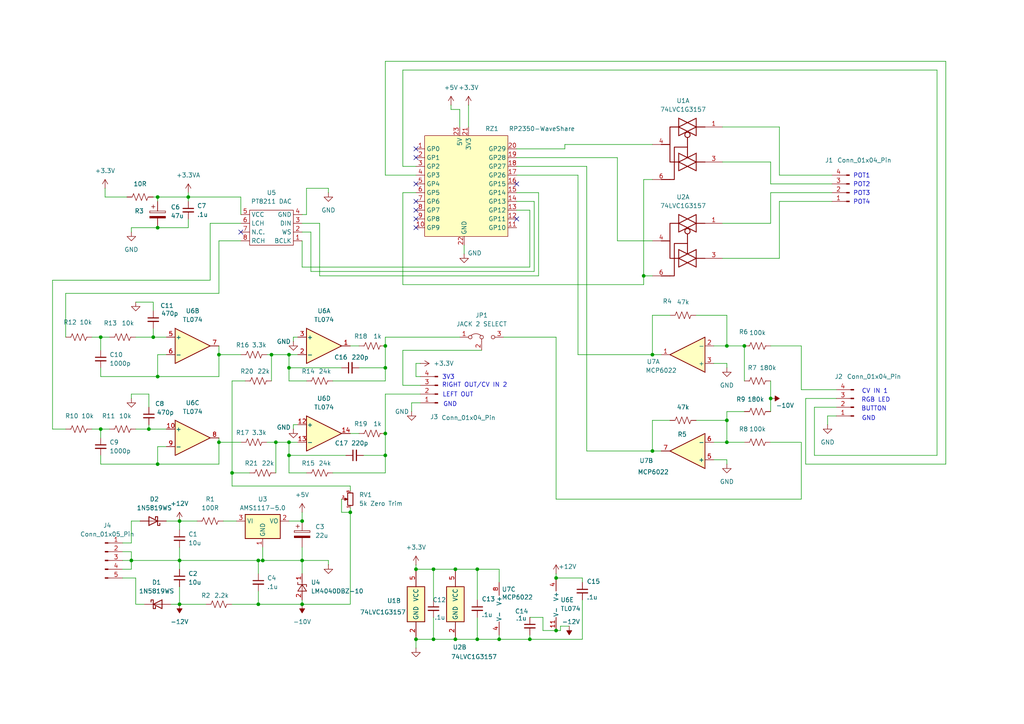
<source format=kicad_sch>
(kicad_sch (version 20250114) (generator "eeschema") (generator_version "9.0")
  (paper "A4")
  (title_block (title "Pico 2HP") (date "2025-11-28") (rev "1.0"))
  (text "CV IN 1" (at 253.746 113.538 0) (effects (font (size 1.27 1.27))))
  (text "GND" (at 251.968 121.412 0) (effects (font (size 1.27 1.27))))
  (text "GND" (at 130.556 117.348 0) (effects (font (size 1.27 1.27))))
  (text "POT2" (at 249.936 53.594 0) (effects (font (size 1.27 1.27))))
  (text "POT1" (at 249.936 51.054 0) (effects (font (size 1.27 1.27))))
  (text "LEFT OUT" (at 132.842 114.554 0) (effects (font (size 1.27 1.27))))
  (text "POT3\n" (at 249.936 56.134 0) (effects (font (size 1.27 1.27))))
  (text "POT4\n" (at 249.936 58.674 0) (effects (font (size 1.27 1.27))))
  (text "RGB LED " (at 254.508 116.078 0) (effects (font (size 1.27 1.27))))
  (text "BUTTON" (at 253.492 118.618 0) (effects (font (size 1.27 1.27))))
  (text "RIGHT OUT/CV IN 2" (at 137.668 111.76 0) (effects (font (size 1.27 1.27))))
  (text "3V3" (at 130.048 109.474 0) (effects (font (size 1.27 1.27))))
  (junction (at 161.29 182.88))
  (junction (at 111.76 106.68))
  (junction (at 83.82 102.87))
  (junction (at 189.23 130.81))
  (junction (at 144.78 185.42))
  (junction (at 101.6 148.59))
  (junction (at 215.9 100.33))
  (junction (at 83.82 128.27))
  (junction (at 186.69 80.01))
  (junction (at 52.07 162.56))
  (junction (at 111.76 125.73))
  (junction (at 54.61 57.15))
  (junction (at 125.73 165.1))
  (junction (at 120.65 185.42))
  (junction (at 63.5 102.87))
  (junction (at 45.72 57.15))
  (junction (at 45.72 66.04))
  (junction (at 44.45 97.79))
  (junction (at 83.82 132.08))
  (junction (at 52.07 175.26))
  (junction (at 67.31 137.16))
  (junction (at 52.07 151.13))
  (junction (at 63.5 128.27))
  (junction (at 80.01 128.27))
  (junction (at 223.52 115.57))
  (junction (at 87.63 151.13))
  (junction (at 132.08 185.42))
  (junction (at 74.93 175.26))
  (junction (at 43.18 124.46))
  (junction (at 45.72 109.22))
  (junction (at 138.43 185.42))
  (junction (at 111.76 132.08))
  (junction (at 132.08 165.1))
  (junction (at 38.1 162.56))
  (junction (at 210.82 121.92))
  (junction (at 210.82 128.27))
  (junction (at 76.2 162.56))
  (junction (at 125.73 185.42))
  (junction (at 87.63 175.26))
  (junction (at 29.21 97.79))
  (junction (at 74.93 162.56))
  (junction (at 87.63 162.56))
  (junction (at 210.82 100.33))
  (junction (at 111.76 100.33))
  (junction (at 29.21 124.46))
  (junction (at 78.74 102.87))
  (junction (at 83.82 106.68))
  (junction (at 45.72 134.62))
  (junction (at 189.23 102.87))
  (junction (at 120.65 165.1))
  (junction (at 138.43 165.1))
  (junction (at 153.67 185.42))
  (junction (at 161.29 167.64))
  (no_connect (at 120.65 53.34))
  (no_connect (at 149.86 53.34))
  (no_connect (at 120.65 66.04))
  (no_connect (at 149.86 63.5))
  (no_connect (at 120.65 45.72))
  (no_connect (at 69.85 67.31))
  (no_connect (at 120.65 43.18))
  (no_connect (at 120.65 60.96))
  (no_connect (at 120.65 58.42))
  (no_connect (at 120.65 63.5))
  (wire (pts (xy 76.2 158.75) (xy 76.2 162.56)))
  (wire (pts (xy 83.82 132.08) (xy 83.82 128.27)))
  (wire (pts (xy 26.67 97.79) (xy 29.21 97.79)))
  (wire (pts (xy 271.78 20.32) (xy 271.78 132.08)))
  (wire (pts (xy 86.36 102.87) (xy 83.82 102.87)))
  (wire (pts (xy 101.6 140.97) (xy 67.31 140.97)))
  (wire (pts (xy 38.1 157.48) (xy 38.1 151.13)))
  (wire (pts (xy 236.22 132.08) (xy 236.22 118.11)))
  (wire (pts (xy 54.61 66.04) (xy 45.72 66.04)))
  (wire (pts (xy 125.73 185.42) (xy 132.08 185.42)))
  (wire (pts (xy 35.56 167.64) (xy 39.37 167.64)))
  (wire (pts (xy 149.86 50.8) (xy 167.64 50.8)))
  (wire (pts (xy 116.84 82.55) (xy 116.84 55.88)))
  (wire (pts (xy 87.63 77.47) (xy 87.63 69.85)))
  (wire (pts (xy 90.17 78.74) (xy 90.17 67.31)))
  (wire (pts (xy 168.91 173.99) (xy 168.91 185.42)))
  (wire (pts (xy 67.31 175.26) (xy 74.93 175.26)))
  (wire (pts (xy 120.65 105.41) (xy 121.92 105.41)))
  (wire (pts (xy 189.23 91.44) (xy 189.23 102.87)))
  (wire (pts (xy 226.06 74.93) (xy 209.55 74.93)))
  (wire (pts (xy 74.93 175.26) (xy 87.63 175.26)))
  (wire (pts (xy 44.45 57.15) (xy 45.72 57.15)))
  (wire (pts (xy 83.82 151.13) (xy 87.63 151.13)))
  (wire (pts (xy 223.52 53.34) (xy 241.3 53.34)))
  (wire (pts (xy 87.63 173.99) (xy 87.63 175.26)))
  (wire (pts (xy 149.86 55.88) (xy 156.21 55.88)))
  (wire (pts (xy 63.5 102.87) (xy 63.5 100.33)))
  (wire (pts (xy 179.07 69.85) (xy 189.23 69.85)))
  (wire (pts (xy 168.91 185.42) (xy 153.67 185.42)))
  (wire (pts (xy 39.37 175.26) (xy 41.91 175.26)))
  (wire (pts (xy 15.24 124.46) (xy 19.05 124.46)))
  (wire (pts (xy 120.65 109.22) (xy 120.65 105.41)))
  (wire (pts (xy 45.72 134.62) (xy 63.5 134.62)))
  (wire (pts (xy 120.65 185.42) (xy 125.73 185.42)))
  (wire (pts (xy 101.6 148.59) (xy 101.6 175.26)))
  (wire (pts (xy 153.67 185.42) (xy 144.78 185.42)))
  (wire (pts (xy 223.52 128.27) (xy 232.41 128.27)))
  (wire (pts (xy 133.35 97.79) (xy 111.76 97.79)))
  (wire (pts (xy 189.23 121.92) (xy 189.23 130.81)))
  (wire (pts (xy 87.63 162.56) (xy 87.63 166.37)))
  (wire (pts (xy 149.86 45.72) (xy 179.07 45.72)))
  (wire (pts (xy 43.18 114.3) (xy 43.18 118.11)))
  (wire (pts (xy 83.82 128.27) (xy 86.36 128.27)))
  (wire (pts (xy 38.1 160.02) (xy 38.1 162.56)))
  (wire (pts (xy 74.93 171.45) (xy 74.93 175.26)))
  (wire (pts (xy 111.76 106.68) (xy 111.76 110.49)))
  (wire (pts (xy 223.52 46.99) (xy 223.52 53.34)))
  (wire (pts (xy 201.93 121.92) (xy 210.82 121.92)))
  (wire (pts (xy 29.21 109.22) (xy 45.72 109.22)))
  (wire (pts (xy 210.82 133.35) (xy 210.82 134.62)))
  (wire (pts (xy 80.01 137.16) (xy 80.01 128.27)))
  (wire (pts (xy 39.37 87.63) (xy 44.45 87.63)))
  (wire (pts (xy 29.21 97.79) (xy 29.21 101.6)))
  (wire (pts (xy 38.1 162.56) (xy 52.07 162.56)))
  (wire (pts (xy 189.23 102.87) (xy 191.77 102.87)))
  (wire (pts (xy 29.21 132.08) (xy 29.21 134.62)))
  (wire (pts (xy 38.1 67.31) (xy 38.1 66.04)))
  (wire (pts (xy 233.68 134.62) (xy 233.68 115.57)))
  (wire (pts (xy 63.5 69.85) (xy 63.5 85.09)))
  (wire (pts (xy 87.63 158.75) (xy 87.63 162.56)))
  (wire (pts (xy 45.72 129.54) (xy 45.72 134.62)))
  (wire (pts (xy 52.07 175.26) (xy 59.69 175.26)))
  (wire (pts (xy 63.5 85.09) (xy 19.05 85.09)))
  (wire (pts (xy 116.84 48.26) (xy 116.84 20.32)))
  (wire (pts (xy 194.31 91.44) (xy 189.23 91.44)))
  (wire (pts (xy 116.84 111.76) (xy 121.92 111.76)))
  (wire (pts (xy 44.45 95.25) (xy 44.45 97.79)))
  (wire (pts (xy 88.9 137.16) (xy 83.82 137.16)))
  (wire (pts (xy 69.85 62.23) (xy 69.85 57.15)))
  (wire (pts (xy 233.68 115.57) (xy 242.57 115.57)))
  (wire (pts (xy 138.43 185.42) (xy 132.08 185.42)))
  (wire (pts (xy 125.73 165.1) (xy 132.08 165.1)))
  (wire (pts (xy 111.76 114.3) (xy 111.76 125.73)))
  (wire (pts (xy 83.82 106.68) (xy 83.82 110.49)))
  (wire (pts (xy 92.71 80.01) (xy 92.71 64.77)))
  (wire (pts (xy 209.55 64.77) (xy 223.52 64.77)))
  (wire (pts (xy 156.21 80.01) (xy 92.71 80.01)))
  (wire (pts (xy 77.47 128.27) (xy 80.01 128.27)))
  (wire (pts (xy 236.22 118.11) (xy 242.57 118.11)))
  (wire (pts (xy 111.76 50.8) (xy 111.76 17.78)))
  (wire (pts (xy 111.76 100.33) (xy 111.76 106.68)))
  (wire (pts (xy 69.85 64.77) (xy 60.96 64.77)))
  (wire (pts (xy 162.56 181.61) (xy 162.56 182.88)))
  (wire (pts (xy 35.56 157.48) (xy 38.1 157.48)))
  (wire (pts (xy 161.29 182.88) (xy 157.48 182.88)))
  (wire (pts (xy 163.83 41.91) (xy 163.83 43.18)))
  (wire (pts (xy 153.67 77.47) (xy 87.63 77.47)))
  (wire (pts (xy 83.82 102.87) (xy 83.82 106.68)))
  (wire (pts (xy 153.67 60.96) (xy 153.67 77.47)))
  (wire (pts (xy 101.6 125.73) (xy 104.14 125.73)))
  (wire (pts (xy 120.65 109.22) (xy 121.92 109.22)))
  (wire (pts (xy 226.06 36.83) (xy 226.06 50.8)))
  (wire (pts (xy 80.01 128.27) (xy 83.82 128.27)))
  (wire (pts (xy 179.07 45.72) (xy 179.07 69.85)))
  (wire (pts (xy 135.89 30.48) (xy 135.89 36.83)))
  (wire (pts (xy 242.57 113.03) (xy 232.41 113.03)))
  (wire (pts (xy 111.76 97.79) (xy 111.76 100.33)))
  (wire (pts (xy 43.18 123.19) (xy 43.18 124.46)))
  (wire (pts (xy 189.23 130.81) (xy 191.77 130.81)))
  (wire (pts (xy 209.55 46.99) (xy 223.52 46.99)))
  (wire (pts (xy 134.62 71.12) (xy 134.62 73.66)))
  (wire (pts (xy 83.82 106.68) (xy 99.06 106.68)))
  (wire (pts (xy 63.5 134.62) (xy 63.5 128.27)))
  (wire (pts (xy 19.05 85.09) (xy 19.05 97.79)))
  (wire (pts (xy 120.65 185.42) (xy 120.65 187.96)))
  (wire (pts (xy 120.65 48.26) (xy 116.84 48.26)))
  (wire (pts (xy 119.38 116.84) (xy 119.38 119.38)))
  (wire (pts (xy 71.12 110.49) (xy 67.31 110.49)))
  (wire (pts (xy 130.81 30.48) (xy 130.81 31.75)))
  (wire (pts (xy 52.07 151.13) (xy 52.07 153.67)))
  (wire (pts (xy 95.25 163.83) (xy 95.25 162.56)))
  (wire (pts (xy 121.92 114.3) (xy 111.76 114.3)))
  (wire (pts (xy 165.1 181.61) (xy 162.56 181.61)))
  (wire (pts (xy 189.23 41.91) (xy 163.83 41.91)))
  (wire (pts (xy 101.6 175.26) (xy 87.63 175.26)))
  (wire (pts (xy 149.86 48.26) (xy 170.18 48.26)))
  (wire (pts (xy 111.76 50.8) (xy 120.65 50.8)))
  (wire (pts (xy 99.06 148.59) (xy 101.6 148.59)))
  (wire (pts (xy 39.37 167.64) (xy 39.37 175.26)))
  (wire (pts (xy 63.5 128.27) (xy 69.85 128.27)))
  (wire (pts (xy 96.52 110.49) (xy 111.76 110.49)))
  (wire (pts (xy 210.82 100.33) (xy 215.9 100.33)))
  (wire (pts (xy 144.78 184.15) (xy 144.78 185.42)))
  (wire (pts (xy 116.84 55.88) (xy 120.65 55.88)))
  (wire (pts (xy 232.41 128.27) (xy 232.41 144.78)))
  (wire (pts (xy 60.96 64.77) (xy 60.96 81.28)))
  (wire (pts (xy 88.9 62.23) (xy 87.63 62.23)))
  (wire (pts (xy 210.82 128.27) (xy 207.01 128.27)))
  (wire (pts (xy 52.07 170.18) (xy 52.07 175.26)))
  (wire (pts (xy 43.18 124.46) (xy 48.26 124.46)))
  (wire (pts (xy 29.21 124.46) (xy 29.21 127)))
  (wire (pts (xy 87.63 148.59) (xy 87.63 151.13)))
  (wire (pts (xy 45.72 102.87) (xy 45.72 109.22)))
  (wire (pts (xy 67.31 137.16) (xy 72.39 137.16)))
  (wire (pts (xy 207.01 105.41) (xy 210.82 105.41)))
  (wire (pts (xy 133.35 31.75) (xy 133.35 36.83)))
  (wire (pts (xy 138.43 165.1) (xy 132.08 165.1)))
  (wire (pts (xy 64.77 151.13) (xy 68.58 151.13)))
  (wire (pts (xy 167.64 102.87) (xy 189.23 102.87)))
  (wire (pts (xy 271.78 132.08) (xy 236.22 132.08)))
  (wire (pts (xy 35.56 165.1) (xy 38.1 165.1)))
  (wire (pts (xy 105.41 132.08) (xy 111.76 132.08)))
  (wire (pts (xy 210.82 128.27) (xy 215.9 128.27)))
  (wire (pts (xy 223.52 115.57) (xy 223.52 119.38)))
  (wire (pts (xy 48.26 129.54) (xy 45.72 129.54)))
  (wire (pts (xy 157.48 179.07) (xy 153.67 179.07)))
  (wire (pts (xy 35.56 162.56) (xy 38.1 162.56)))
  (wire (pts (xy 120.65 165.1) (xy 125.73 165.1)))
  (wire (pts (xy 111.76 132.08) (xy 111.76 137.16)))
  (wire (pts (xy 39.37 124.46) (xy 43.18 124.46)))
  (wire (pts (xy 88.9 54.61) (xy 88.9 62.23)))
  (wire (pts (xy 54.61 63.5) (xy 54.61 66.04)))
  (wire (pts (xy 240.03 120.65) (xy 240.03 123.19)))
  (wire (pts (xy 104.14 106.68) (xy 111.76 106.68)))
  (wire (pts (xy 153.67 184.15) (xy 153.67 185.42)))
  (wire (pts (xy 38.1 66.04) (xy 45.72 66.04)))
  (wire (pts (xy 45.72 57.15) (xy 45.72 58.42)))
  (wire (pts (xy 274.32 134.62) (xy 233.68 134.62)))
  (wire (pts (xy 29.21 97.79) (xy 31.75 97.79)))
  (wire (pts (xy 83.82 110.49) (xy 88.9 110.49)))
  (wire (pts (xy 29.21 134.62) (xy 45.72 134.62)))
  (wire (pts (xy 111.76 17.78) (xy 274.32 17.78)))
  (wire (pts (xy 161.29 97.79) (xy 161.29 144.78)))
  (wire (pts (xy 86.36 97.79) (xy 85.09 97.79)))
  (wire (pts (xy 52.07 158.75) (xy 52.07 162.56)))
  (wire (pts (xy 69.85 57.15) (xy 54.61 57.15)))
  (wire (pts (xy 83.82 137.16) (xy 83.82 132.08)))
  (wire (pts (xy 45.72 57.15) (xy 54.61 57.15)))
  (wire (pts (xy 154.94 78.74) (xy 154.94 58.42)))
  (wire (pts (xy 85.09 123.19) (xy 85.09 124.46)))
  (wire (pts (xy 67.31 140.97) (xy 67.31 137.16)))
  (wire (pts (xy 149.86 43.18) (xy 163.83 43.18)))
  (wire (pts (xy 210.82 121.92) (xy 210.82 128.27)))
  (wire (pts (xy 52.07 162.56) (xy 52.07 165.1)))
  (wire (pts (xy 95.25 54.61) (xy 88.9 54.61)))
  (wire (pts (xy 38.1 114.3) (xy 43.18 114.3)))
  (wire (pts (xy 54.61 55.88) (xy 54.61 57.15)))
  (wire (pts (xy 78.74 102.87) (xy 78.74 110.49)))
  (wire (pts (xy 121.92 116.84) (xy 119.38 116.84)))
  (wire (pts (xy 77.47 102.87) (xy 78.74 102.87)))
  (wire (pts (xy 144.78 168.91) (xy 144.78 165.1)))
  (wire (pts (xy 232.41 100.33) (xy 232.41 113.03)))
  (wire (pts (xy 232.41 144.78) (xy 161.29 144.78)))
  (wire (pts (xy 138.43 165.1) (xy 138.43 173.99)))
  (wire (pts (xy 30.48 54.61) (xy 30.48 57.15)))
  (wire (pts (xy 194.31 121.92) (xy 189.23 121.92)))
  (wire (pts (xy 186.69 52.07) (xy 186.69 80.01)))
  (wire (pts (xy 15.24 81.28) (xy 15.24 124.46)))
  (wire (pts (xy 76.2 162.56) (xy 87.63 162.56)))
  (wire (pts (xy 156.21 55.88) (xy 156.21 80.01)))
  (wire (pts (xy 38.1 162.56) (xy 38.1 165.1)))
  (wire (pts (xy 48.26 102.87) (xy 45.72 102.87)))
  (wire (pts (xy 67.31 110.49) (xy 67.31 137.16)))
  (wire (pts (xy 189.23 80.01) (xy 186.69 80.01)))
  (wire (pts (xy 144.78 165.1) (xy 138.43 165.1)))
  (wire (pts (xy 92.71 64.77) (xy 87.63 64.77)))
  (wire (pts (xy 95.25 55.88) (xy 95.25 54.61)))
  (wire (pts (xy 30.48 57.15) (xy 36.83 57.15)))
  (wire (pts (xy 215.9 100.33) (xy 215.9 110.49)))
  (wire (pts (xy 76.2 162.56) (xy 74.93 162.56)))
  (wire (pts (xy 161.29 97.79) (xy 146.05 97.79)))
  (wire (pts (xy 101.6 100.33) (xy 104.14 100.33)))
  (wire (pts (xy 186.69 80.01) (xy 186.69 82.55)))
  (wire (pts (xy 85.09 97.79) (xy 85.09 99.06)))
  (wire (pts (xy 86.36 123.19) (xy 85.09 123.19)))
  (wire (pts (xy 63.5 109.22) (xy 63.5 102.87)))
  (wire (pts (xy 26.67 124.46) (xy 29.21 124.46)))
  (wire (pts (xy 99.06 148.59) (xy 99.06 144.78)))
  (wire (pts (xy 149.86 60.96) (xy 153.67 60.96)))
  (wire (pts (xy 44.45 87.63) (xy 44.45 90.17)))
  (wire (pts (xy 215.9 119.38) (xy 210.82 119.38)))
  (wire (pts (xy 209.55 36.83) (xy 226.06 36.83)))
  (wire (pts (xy 186.69 52.07) (xy 189.23 52.07)))
  (wire (pts (xy 157.48 182.88) (xy 157.48 179.07)))
  (wire (pts (xy 60.96 81.28) (xy 15.24 81.28)))
  (wire (pts (xy 45.72 109.22) (xy 63.5 109.22)))
  (wire (pts (xy 87.63 162.56) (xy 95.25 162.56)))
  (wire (pts (xy 83.82 132.08) (xy 100.33 132.08)))
  (wire (pts (xy 161.29 166.37) (xy 161.29 167.64)))
  (wire (pts (xy 149.86 58.42) (xy 154.94 58.42)))
  (wire (pts (xy 63.5 128.27) (xy 63.5 127)))
  (wire (pts (xy 90.17 78.74) (xy 154.94 78.74)))
  (wire (pts (xy 69.85 69.85) (xy 63.5 69.85)))
  (wire (pts (xy 101.6 142.24) (xy 101.6 140.97)))
  (wire (pts (xy 78.74 102.87) (xy 83.82 102.87)))
  (wire (pts (xy 226.06 58.42) (xy 226.06 74.93)))
  (wire (pts (xy 162.56 182.88) (xy 161.29 182.88)))
  (wire (pts (xy 167.64 50.8) (xy 167.64 102.87)))
  (wire (pts (xy 111.76 125.73) (xy 111.76 132.08)))
  (wire (pts (xy 223.52 110.49) (xy 223.52 115.57)))
  (wire (pts (xy 29.21 106.68) (xy 29.21 109.22)))
  (wire (pts (xy 116.84 101.6) (xy 139.7 101.6)))
  (wire (pts (xy 116.84 101.6) (xy 116.84 111.76)))
  (wire (pts (xy 210.82 119.38) (xy 210.82 121.92)))
  (wire (pts (xy 242.57 120.65) (xy 240.03 120.65)))
  (wire (pts (xy 241.3 58.42) (xy 226.06 58.42)))
  (wire (pts (xy 111.76 137.16) (xy 96.52 137.16)))
  (wire (pts (xy 274.32 17.78) (xy 274.32 134.62)))
  (wire (pts (xy 207.01 133.35) (xy 210.82 133.35)))
  (wire (pts (xy 130.81 31.75) (xy 133.35 31.75)))
  (wire (pts (xy 48.26 151.13) (xy 52.07 151.13)))
  (wire (pts (xy 170.18 130.81) (xy 189.23 130.81)))
  (wire (pts (xy 125.73 179.07) (xy 125.73 185.42)))
  (wire (pts (xy 116.84 20.32) (xy 271.78 20.32)))
  (wire (pts (xy 186.69 82.55) (xy 116.84 82.55)))
  (wire (pts (xy 44.45 97.79) (xy 48.26 97.79)))
  (wire (pts (xy 52.07 151.13) (xy 57.15 151.13)))
  (wire (pts (xy 207.01 100.33) (xy 210.82 100.33)))
  (wire (pts (xy 144.78 185.42) (xy 138.43 185.42)))
  (wire (pts (xy 52.07 162.56) (xy 74.93 162.56)))
  (wire (pts (xy 201.93 91.44) (xy 210.82 91.44)))
  (wire (pts (xy 223.52 55.88) (xy 241.3 55.88)))
  (wire (pts (xy 38.1 151.13) (xy 40.64 151.13)))
  (wire (pts (xy 125.73 165.1) (xy 125.73 173.99)))
  (wire (pts (xy 29.21 124.46) (xy 31.75 124.46)))
  (wire (pts (xy 210.82 105.41) (xy 210.82 106.68)))
  (wire (pts (xy 226.06 50.8) (xy 241.3 50.8)))
  (wire (pts (xy 63.5 102.87) (xy 69.85 102.87)))
  (wire (pts (xy 223.52 64.77) (xy 223.52 55.88)))
  (wire (pts (xy 223.52 100.33) (xy 232.41 100.33)))
  (wire (pts (xy 120.65 163.83) (xy 120.65 165.1)))
  (wire (pts (xy 39.37 97.79) (xy 44.45 97.79)))
  (wire (pts (xy 170.18 48.26) (xy 170.18 130.81)))
  (wire (pts (xy 49.53 175.26) (xy 52.07 175.26)))
  (wire (pts (xy 161.29 167.64) (xy 168.91 167.64)))
  (wire (pts (xy 168.91 167.64) (xy 168.91 168.91)))
  (wire (pts (xy 54.61 58.42) (xy 54.61 57.15)))
  (wire (pts (xy 35.56 160.02) (xy 38.1 160.02)))
  (wire (pts (xy 210.82 91.44) (xy 210.82 100.33)))
  (wire (pts (xy 138.43 179.07) (xy 138.43 185.42)))
  (wire (pts (xy 38.1 115.57) (xy 38.1 114.3)))
  (wire (pts (xy 90.17 67.31) (xy 87.63 67.31)))
  (wire (pts (xy 74.93 162.56) (xy 74.93 166.37)))
  (wire (pts (xy 101.6 147.32) (xy 101.6 148.59)))
  (symbol (lib_id "Amplifier_Operational:TL074") (at 93.98 100.33 0) (unit 1)
    (property "Reference" "U6" (at 93.98 90.17 0))
    (property "Value" "TL074" (at 93.98 92.71 0))
    (property "Footprint" "Package_SO:SOIC-14_3.9x8.7mm_P1.27mm" (effects (hide yes)))
    (property "Datasheet" "http://www.ti.com/lit/ds/symlink/tl071.pdf" (effects (hide yes)))
    (property "Description" "Quad Low-Noise JFET-Input Operational Amplifiers, DIP-14/SOIC-14" (effects (hide yes)))
  )
  (symbol (lib_id "Device:R_US") (at 219.71 100.33 90) (unit 1)
    (property "Reference" "R6" (at 215.646 96.266 90))
    (property "Value" "100k" (at 219.71 96.52 90))
    (property "Footprint" "Resistor_SMD:R_0603_1608Metric_Pad0.98x0.95mm_HandSolder" (effects (hide yes)))
    (property "Description" "Resistor, US symbol" (effects (hide yes)))
  )
  (symbol (lib_id "power:GND") (at 119.38 119.38 0) (unit 1)
    (property "Reference" "#PWR026" (effects (hide yes)))
    (property "Value" "GND" (at 116.586 119.38 0))
    (property "Description" "Power symbol creates a global label with name \"GND\" , ground" (effects (hide yes)))
  )
  (symbol (lib_id "Device:R_US") (at 198.12 91.44 90) (unit 1)
    (property "Reference" "R4" (at 193.548 87.376 90))
    (property "Value" "47k" (at 198.12 87.63 90))
    (property "Footprint" "Resistor_SMD:R_0603_1608Metric_Pad0.98x0.95mm_HandSolder" (effects (hide yes)))
    (property "Description" "Resistor, US symbol" (effects (hide yes)))
  )
  (symbol (lib_id "power:+3.3V") (at 121.92 105.41 270) (unit 1)
    (property "Reference" "#PWR027" (effects (hide yes)))
    (property "Value" "+3.3V" (at 125.73 105.4099 90) (effects (justify left)))
    (property "Description" "Power symbol creates a global label with name \"+3.3V\"" (effects (hide yes)))
  )
  (symbol (lib_id "Amplifier_Operational:TL074") (at 93.98 125.73 0) (unit 4)
    (property "Reference" "U6" (at 93.98 115.57 0))
    (property "Value" "TL074" (at 93.98 118.11 0))
    (property "Footprint" "Package_SO:SOIC-14_3.9x8.7mm_P1.27mm" (effects (hide yes)))
    (property "Datasheet" "http://www.ti.com/lit/ds/symlink/tl071.pdf" (effects (hide yes)))
    (property "Description" "Quad Low-Noise JFET-Input Operational Amplifiers, DIP-14/SOIC-14" (effects (hide yes)))
  )
  (symbol (lib_id "power:GND") (at 120.65 187.96 0) (unit 1)
    (property "Reference" "#PWR022" (effects (hide yes)))
    (property "Value" "GND" (effects (hide yes)))
    (property "Description" "Power symbol creates a global label with name \"GND\" , ground" (effects (hide yes)))
  )
  (symbol (lib_id "power:GND") (at 240.03 123.19 0) (unit 1)
    (property "Reference" "#PWR013" (effects (hide yes)))
    (property "Value" "GND" (at 240.03 128.27 0))
    (property "Description" "Power symbol creates a global label with name \"GND\" , ground" (effects (hide yes)))
  )
  (symbol (lib_id "power:+12V") (at 52.07 151.13 0) (unit 1)
    (property "Reference" "#PWR04" (effects (hide yes)))
    (property "Value" "+12V" (at 52.07 146.05 0))
    (property "Description" "Power symbol creates a global label with name \"+12V\"" (effects (hide yes)))
  )
  (symbol (lib_id "Device:R_US") (at 219.71 110.49 90) (unit 1)
    (property "Reference" "R7" (at 218.186 106.68 90))
    (property "Value" "180k" (at 222.758 106.68 90))
    (property "Footprint" "Resistor_SMD:R_0603_1608Metric_Pad0.98x0.95mm_HandSolder" (effects (hide yes)))
    (property "Description" "Resistor, US symbol" (effects (hide yes)))
  )
  (symbol (lib_id "Reference_Voltage:LM4040DBZ-10") (at 87.63 170.18 90) (unit 1)
    (property "Reference" "U4" (at 90.17 168.9099 90) (effects (justify right)))
    (property "Value" "LM4040DBZ-10" (at 90.17 171.4499 90) (effects (justify right)))
    (property "Footprint" "Package_TO_SOT_SMD:SOT-23" (effects (hide yes)))
    (property "Datasheet" "http://www.ti.com/lit/ds/symlink/lm4040-n.pdf" (effects (hide yes)))
    (property "Description" "10.00V Precision Micropower Shunt Voltage Reference, SOT-23" (effects (hide yes)))
  )
  (symbol (lib_id "power:GND") (at 38.1 115.57 0) (unit 1)
    (property "Reference" "#PWR020" (effects (hide yes)))
    (property "Value" "GND" (effects (hide yes)))
    (property "Description" "Power symbol creates a global label with name \"GND\" , ground" (effects (hide yes)))
  )
  (symbol (lib_id "power:+3.3V") (at 30.48 54.61 0) (unit 1)
    (property "Reference" "#PWR08" (effects (hide yes)))
    (property "Value" "+3.3V" (at 30.48 49.53 0))
    (property "Description" "Power symbol creates a global label with name \"+3.3V\"" (effects (hide yes)))
  )
  (symbol (lib_id "Device:R_US") (at 74.93 110.49 90) (unit 1)
    (property "Reference" "R20" (at 71.628 107.696 90))
    (property "Value" "22k" (at 76.454 107.696 90))
    (property "Footprint" "Resistor_SMD:R_0603_1608Metric_Pad0.98x0.95mm_HandSolder" (effects (hide yes)))
    (property "Description" "Resistor, US symbol" (effects (hide yes)))
  )
  (symbol (lib_id "power:+3.3VA") (at 54.61 55.88 0) (unit 1)
    (property "Reference" "#PWR09" (effects (hide yes)))
    (property "Value" "+3.3VA" (at 54.61 50.8 0))
    (property "Description" "Power symbol creates a global label with name \"+3.3VA\"" (effects (hide yes)))
  )
  (symbol (lib_id "Connector:Conn_01x04_Pin") (at 246.38 55.88 180) (unit 1)
    (property "Reference" "J1" (at 239.268 46.482 0) (effects (justify right)))
    (property "Value" "Conn_01x04_Pin" (at 242.824 46.482 0) (effects (justify right)))
    (property "Footprint" "Connector_PinHeader_2.54mm:PinHeader_1x04_P2.54mm_Vertical" (effects (hide yes)))
    (property "Description" "Generic connector, single row, 01x04, script generated" (effects (hide yes)))
  )
  (symbol (lib_id "power:GND") (at 210.82 134.62 0) (unit 1)
    (property "Reference" "#PWR012" (effects (hide yes)))
    (property "Value" "GND" (at 210.82 139.7 0))
    (property "Description" "Power symbol creates a global label with name \"GND\" , ground" (effects (hide yes)))
  )
  (symbol (lib_id "Device:R_US") (at 40.64 57.15 90) (unit 1)
    (property "Reference" "R3" (at 40.386 61.214 90))
    (property "Value" "10R" (at 40.64 53.34 90))
    (property "Footprint" "Resistor_SMD:R_0603_1608Metric_Pad0.98x0.95mm_HandSolder" (effects (hide yes)))
    (property "Description" "Resistor, US symbol" (effects (hide yes)))
  )
  (symbol (lib_id "Device:R_US") (at 92.71 110.49 90) (unit 1)
    (property "Reference" "R14" (at 89.408 107.696 90))
    (property "Value" "24k" (at 94.234 107.696 90))
    (property "Footprint" "Resistor_SMD:R_0603_1608Metric_Pad0.98x0.95mm_HandSolder" (effects (hide yes)))
    (property "Description" "Resistor, US symbol" (effects (hide yes)))
  )
  (symbol (lib_id "power:GND") (at 38.1 67.31 0) (unit 1)
    (property "Reference" "#PWR06" (effects (hide yes)))
    (property "Value" "GND" (at 38.1 72.39 0))
    (property "Description" "Power symbol creates a global label with name \"GND\" , ground" (effects (hide yes)))
  )
  (symbol (lib_id "Regulator_Linear:AMS1117-5.0") (at 76.2 151.13 0) (unit 1)
    (property "Reference" "U3" (at 76.2 144.78 0))
    (property "Value" "AMS1117-5.0" (at 76.2 147.32 0))
    (property "Footprint" "Package_TO_SOT_SMD:SOT-223-3_TabPin2" (effects (hide yes)))
    (property "Datasheet" "http://www.advanced-monolithic.com/pdf/ds1117.pdf" (effects (hide yes)))
    (property "Description" "1A Low Dropout regulator, positive, 5.0V fixed output, SOT-223" (effects (hide yes)))
  )
  (symbol (lib_id "Device:R_US") (at 76.2 137.16 90) (unit 1)
    (property "Reference" "R21" (at 72.898 134.366 90))
    (property "Value" "22k" (at 77.724 134.366 90))
    (property "Footprint" "Resistor_SMD:R_0603_1608Metric_Pad0.98x0.95mm_HandSolder" (effects (hide yes)))
    (property "Description" "Resistor, US symbol" (effects (hide yes)))
  )
  (symbol (lib_id "power:+5V") (at 87.63 148.59 0) (unit 1)
    (property "Reference" "#PWR025" (effects (hide yes)))
    (property "Value" "+5V" (at 87.63 143.51 0))
    (property "Description" "Power symbol creates a global label with name \"+5V\"" (effects (hide yes)))
  )
  (symbol (lib_id "Device:R_US") (at 63.5 175.26 90) (unit 1)
    (property "Reference" "R2" (at 59.69 172.72 90))
    (property "Value" "2.2k" (at 64.262 172.72 90))
    (property "Footprint" "Resistor_SMD:R_0603_1608Metric_Pad0.98x0.95mm_HandSolder" (effects (hide yes)))
    (property "Description" "Resistor, US symbol" (effects (hide yes)))
  )
  (symbol (lib_id "Amplifier_Operational:MCP6022") (at 199.39 130.81 180) (unit 2)
    (property "Reference" "U7" (at 187.452 133.604 0))
    (property "Value" "MCP6022" (at 189.484 136.906 0))
    (property "Footprint" "Package_SO:SOIC-8_3.9x4.9mm_P1.27mm" (effects (hide yes)))
    (property "Datasheet" "http://ww1.microchip.com/downloads/en/devicedoc/20001685e.pdf" (effects (hide yes)))
    (property "Description" "Dual Operational Amplifiers, Rail-to-Rail Input/Output, DIP-8/SOIC-8/TSSOP-8" (effects (hide yes)))
  )
  (symbol (lib_id "Amplifier_Operational:MCP6022") (at 147.32 176.53 0) (unit 3)
    (property "Reference" "U7" (at 145.542 170.942 0) (effects (justify left)))
    (property "Value" "MCP6022" (at 145.542 173.228 0) (effects (justify left)))
    (property "Footprint" "Package_SO:SOIC-8_3.9x4.9mm_P1.27mm" (effects (hide yes)))
    (property "Datasheet" "http://ww1.microchip.com/downloads/en/devicedoc/20001685e.pdf" (effects (hide yes)))
    (property "Description" "Dual Operational Amplifiers, Rail-to-Rail Input/Output, DIP-8/SOIC-8/TSSOP-8" (effects (hide yes)))
  )
  (symbol (lib_id "power:+3.3V") (at 120.65 163.83 0) (unit 1)
    (property "Reference" "#PWR021" (effects (hide yes)))
    (property "Value" "+3.3V" (at 120.65 158.75 0))
    (property "Description" "Power symbol creates a global label with name \"+3.3V\"" (effects (hide yes)))
  )
  (symbol (lib_id "Device:R_US") (at 35.56 97.79 90) (unit 1)
    (property "Reference" "R13" (at 32.004 93.726 90))
    (property "Value" "10k" (at 37.084 93.726 90))
    (property "Footprint" "Resistor_SMD:R_0603_1608Metric_Pad0.98x0.95mm_HandSolder" (effects (hide yes)))
    (property "Description" "Resistor, US symbol" (effects (hide yes)))
  )
  (symbol (lib_id "My_Library:RP2350-WaveShare") (at 134.62 53.34 0) (unit 1)
    (property "Reference" "RZ1" (at 140.716 37.338 0) (effects (justify left)))
    (property "Value" "RP2350-WaveShare" (at 147.574 37.338 0) (effects (justify left)))
    (property "Footprint" "MyLibrary:RP2350-Waveshare" (effects (hide yes)))
  )
  (symbol (lib_id "power:GND") (at 85.09 124.46 0) (unit 1)
    (property "Reference" "#PWR019" (effects (hide yes)))
    (property "Value" "GND" (at 82.296 123.952 0))
    (property "Description" "Power symbol creates a global label with name \"GND\" , ground" (effects (hide yes)))
  )
  (symbol (lib_id "power:GND") (at 39.37 87.63 0) (unit 1)
    (property "Reference" "#PWR017" (effects (hide yes)))
    (property "Value" "GND" (effects (hide yes)))
    (property "Description" "Power symbol creates a global label with name \"GND\" , ground" (effects (hide yes)))
  )
  (symbol (lib_id "Device:C_Small") (at 54.61 60.96 0) (unit 1)
    (property "Reference" "C7" (at 57.15 59.6962 0) (effects (justify left)))
    (property "Value" ".1u" (at 57.15 62.2362 0) (effects (justify left)))
    (property "Footprint" "Capacitor_SMD:C_0603_1608Metric_Pad1.08x0.95mm_HandSolder" (effects (hide yes)))
    (property "Description" "Unpolarized capacitor, small symbol" (effects (hide yes)))
  )
  (symbol (lib_id "Device:R_US") (at 219.71 128.27 90) (unit 1)
    (property "Reference" "R8" (at 215.646 124.46 90))
    (property "Value" "100k" (at 219.71 124.46 90))
    (property "Footprint" "Resistor_SMD:R_0603_1608Metric_Pad0.98x0.95mm_HandSolder" (effects (hide yes)))
    (property "Description" "Resistor, US symbol" (effects (hide yes)))
  )
  (symbol (lib_id "Device:C_Small") (at 52.07 167.64 0) (unit 1)
    (property "Reference" "C2" (at 54.61 166.3762 0) (effects (justify left)))
    (property "Value" "10u" (at 54.61 168.9162 0) (effects (justify left)))
    (property "Footprint" "Capacitor_SMD:C_0603_1608Metric_Pad1.08x0.95mm_HandSolder" (effects (hide yes)))
    (property "Description" "Unpolarized capacitor, small symbol" (effects (hide yes)))
  )
  (symbol (lib_id "Device:R_US") (at 73.66 128.27 90) (unit 1)
    (property "Reference" "R17" (at 70.358 125.476 90))
    (property "Value" "3.3k" (at 75.184 125.476 90))
    (property "Footprint" "Resistor_SMD:R_0603_1608Metric_Pad0.98x0.95mm_HandSolder" (effects (hide yes)))
    (property "Description" "Resistor, US symbol" (effects (hide yes)))
  )
  (symbol (lib_id "Device:C_Small") (at 43.18 120.65 0) (unit 1)
    (property "Reference" "C8" (at 44.958 117.094 0) (effects (justify left)))
    (property "Value" "470p" (at 45.466 119.634 0) (effects (justify left)))
    (property "Footprint" "Capacitor_SMD:C_0603_1608Metric_Pad1.08x0.95mm_HandSolder" (effects (hide yes)))
    (property "Description" "Unpolarized capacitor, small symbol" (effects (hide yes)))
  )
  (symbol (lib_id "power:+5V") (at 130.81 30.48 0) (unit 1)
    (property "Reference" "#PWR03" (effects (hide yes)))
    (property "Value" "+5V" (at 130.81 25.4 0))
    (property "Description" "Power symbol creates a global label with name \"+5V\"" (effects (hide yes)))
  )
  (symbol (lib_id "power:GND") (at 95.25 55.88 0) (unit 1)
    (property "Reference" "#PWR07" (effects (hide yes)))
    (property "Value" "GND" (at 95.25 60.96 0))
    (property "Description" "Power symbol creates a global label with name \"GND\" , ground" (effects (hide yes)))
  )
  (symbol (lib_id "Diode:1N5819WS") (at 44.45 151.13 180) (unit 1)
    (property "Reference" "D2" (at 44.7675 144.78 0))
    (property "Value" "1N5819WS" (at 44.7675 147.32 0))
    (property "Footprint" "Diode_SMD:D_SOD-123" (effects (hide yes)))
    (property "Datasheet" "https://datasheet.lcsc.com/lcsc/2204281430_Guangdong-Hottech-1N5819WS_C191023.pdf" (effects (hide yes)))
    (property "Description" "40V 600mV@1A 1A SOD-323 Schottky Barrier Diodes, SOD-323" (effects (hide yes)))
  )
  (symbol (lib_id "Device:C_Small") (at 138.43 176.53 0) (unit 1)
    (property "Reference" "C13" (at 139.7 173.736 0) (effects (justify left)))
    (property "Value" ".1u" (at 139.7 178.308 0) (effects (justify left)))
    (property "Footprint" "Capacitor_SMD:C_0603_1608Metric_Pad1.08x0.95mm_HandSolder" (effects (hide yes)))
    (property "Description" "Unpolarized capacitor, small symbol" (effects (hide yes)))
  )
  (symbol (lib_id "Device:R_Potentiometer_Small") (at 101.6 144.78 180) (unit 1)
    (property "Reference" "RV1" (at 104.14 143.5099 0) (effects (justify right)))
    (property "Value" "5k Zero Trim" (at 104.14 146.0499 0) (effects (justify right)))
    (property "Footprint" "Potentiometer_SMD:Potentiometer_Bourns_TC33X_Vertical" (effects (hide yes)))
    (property "Description" "Potentiometer" (effects (hide yes)))
  )
  (symbol (lib_id "power:GND") (at 85.09 99.06 0) (unit 1)
    (property "Reference" "#PWR018" (effects (hide yes)))
    (property "Value" "GND" (at 82.296 99.06 0))
    (property "Description" "Power symbol creates a global label with name \"GND\" , ground" (effects (hide yes)))
  )
  (symbol (lib_id "Device:C_Small") (at 153.67 181.61 0) (unit 1)
    (property "Reference" "C14" (at 149.352 177.292 0) (effects (justify left)))
    (property "Value" ".1u" (at 149.606 179.324 0) (effects (justify left)))
    (property "Footprint" "Capacitor_SMD:C_0603_1608Metric_Pad1.08x0.95mm_HandSolder" (effects (hide yes)))
    (property "Description" "Unpolarized capacitor, small symbol" (effects (hide yes)))
  )
  (symbol (lib_id "Device:C_Small") (at 29.21 104.14 0) (unit 1)
    (property "Reference" "C10" (at 31.75 102.8762 0) (effects (justify left)))
    (property "Value" "1000p" (at 31.75 105.4162 0) (effects (justify left)))
    (property "Footprint" "Capacitor_SMD:C_0603_1608Metric_Pad1.08x0.95mm_HandSolder" (effects (hide yes)))
    (property "Description" "Unpolarized capacitor, small symbol" (effects (hide yes)))
  )
  (symbol (lib_id "Device:R_US") (at 107.95 125.73 90) (unit 1)
    (property "Reference" "R19" (at 104.648 122.936 90))
    (property "Value" "1k" (at 109.474 122.936 90))
    (property "Footprint" "Resistor_SMD:R_0603_1608Metric_Pad0.98x0.95mm_HandSolder" (effects (hide yes)))
    (property "Description" "Resistor, US symbol" (effects (hide yes)))
  )
  (symbol (lib_id "Amplifier_Operational:TL074") (at 55.88 100.33 0) (unit 2)
    (property "Reference" "U6" (at 55.88 90.17 0))
    (property "Value" "TL074" (at 55.88 92.71 0))
    (property "Footprint" "Package_SO:SOIC-14_3.9x8.7mm_P1.27mm" (effects (hide yes)))
    (property "Datasheet" "http://www.ti.com/lit/ds/symlink/tl071.pdf" (effects (hide yes)))
    (property "Description" "Quad Low-Noise JFET-Input Operational Amplifiers, DIP-14/SOIC-14" (effects (hide yes)))
  )
  (symbol (lib_id "Amplifier_Operational:MCP6022") (at 199.39 102.87 180) (unit 1)
    (property "Reference" "U7" (at 189.484 104.902 0))
    (property "Value" "MCP6022" (at 191.77 107.442 0))
    (property "Footprint" "Package_SO:SOIC-8_3.9x4.9mm_P1.27mm" (effects (hide yes)))
    (property "Datasheet" "http://ww1.microchip.com/downloads/en/devicedoc/20001685e.pdf" (effects (hide yes)))
    (property "Description" "Dual Operational Amplifiers, Rail-to-Rail Input/Output, DIP-8/SOIC-8/TSSOP-8" (effects (hide yes)))
  )
  (symbol (lib_id "Device:C_Polarized") (at 45.72 62.23 0) (unit 1)
    (property "Reference" "C6" (at 49.53 60.0709 0) (effects (justify left)))
    (property "Value" "47u" (at 49.53 62.6109 0) (effects (justify left)))
    (property "Footprint" "Capacitor_SMD:CP_Elec_5x5.9" (effects (hide yes)))
    (property "Description" "Polarized capacitor" (effects (hide yes)))
  )
  (symbol (lib_id "Device:R_US") (at 22.86 97.79 90) (unit 1)
    (property "Reference" "R12" (at 20.32 93.472 90))
    (property "Value" "10k" (at 24.892 93.472 90))
    (property "Footprint" "Resistor_SMD:R_0603_1608Metric_Pad0.98x0.95mm_HandSolder" (effects (hide yes)))
    (property "Description" "Resistor, US symbol" (effects (hide yes)))
  )
  (symbol (lib_id "Device:C_Small") (at 52.07 156.21 0) (unit 1)
    (property "Reference" "C1" (at 54.61 154.9462 0) (effects (justify left)))
    (property "Value" "10u" (at 54.61 157.4862 0) (effects (justify left)))
    (property "Footprint" "Capacitor_SMD:C_0603_1608Metric_Pad1.08x0.95mm_HandSolder" (effects (hide yes)))
    (property "Description" "Unpolarized capacitor, small symbol" (effects (hide yes)))
  )
  (symbol (lib_id "Device:R_US") (at 22.86 124.46 90) (unit 1)
    (property "Reference" "R10" (at 20.828 120.65 90))
    (property "Value" "10k" (at 25.4 120.65 90))
    (property "Footprint" "Resistor_SMD:R_0603_1608Metric_Pad0.98x0.95mm_HandSolder" (effects (hide yes)))
    (property "Description" "Resistor, US symbol" (effects (hide yes)))
  )
  (symbol (lib_id "power:+3.3V") (at 135.89 30.48 0) (unit 1)
    (property "Reference" "#PWR02" (effects (hide yes)))
    (property "Value" "+3.3V" (at 135.89 25.4 0))
    (property "Description" "Power symbol creates a global label with name \"+3.3V\"" (effects (hide yes)))
  )
  (symbol (lib_id "power:GND") (at 210.82 106.68 0) (unit 1)
    (property "Reference" "#PWR011" (effects (hide yes)))
    (property "Value" "GND" (at 210.82 111.76 0))
    (property "Description" "Power symbol creates a global label with name \"GND\" , ground" (effects (hide yes)))
  )
  (symbol (lib_id "Device:C_Small") (at 125.73 176.53 0) (unit 1)
    (property "Reference" "C12" (at 125.476 173.99 0) (effects (justify left)))
    (property "Value" ".1u" (at 125.984 179.07 0) (effects (justify left)))
    (property "Footprint" "Capacitor_SMD:C_0603_1608Metric_Pad1.08x0.95mm_HandSolder" (effects (hide yes)))
    (property "Description" "Unpolarized capacitor, small symbol" (effects (hide yes)))
  )
  (symbol (lib_id "power:-10V") (at 223.52 115.57 270) (unit 1)
    (property "Reference" "#PWR016" (effects (hide yes)))
    (property "Value" "-10V" (at 225.044 117.602 90) (effects (justify left)))
    (property "Description" "Power symbol creates a global label with name \"-10V\"" (effects (hide yes)))
  )
  (symbol (lib_id "Device:C_Small") (at 29.21 129.54 0) (unit 1)
    (property "Reference" "C9" (at 31.75 128.2762 0) (effects (justify left)))
    (property "Value" "1000p" (at 31.75 130.8162 0) (effects (justify left)))
    (property "Footprint" "Capacitor_SMD:C_0603_1608Metric_Pad1.08x0.95mm_HandSolder" (effects (hide yes)))
    (property "Description" "Unpolarized capacitor, small symbol" (effects (hide yes)))
  )
  (symbol (lib_id "74xGxx:74LVC1G3157") (at 199.39 41.91 0) (unit 1)
    (property "Reference" "U1" (at 198.12 29.21 0))
    (property "Value" "74LVC1G3157" (at 198.12 31.75 0))
    (property "Footprint" "Package_TO_SOT_SMD:SOT-23-6" (effects (hide yes)))
    (property "Datasheet" "http://www.ti.com/lit/sg/scyt129e/scyt129e.pdf" (effects (hide yes)))
    (property "Description" "SPDT Analog Switch, Low-Voltage CMOS" (effects (hide yes)))
  )
  (symbol (lib_id "power:GND") (at 134.62 73.66 0) (unit 1)
    (property "Reference" "#PWR010" (effects (hide yes)))
    (property "Value" "GND" (at 137.668 73.406 0))
    (property "Description" "Power symbol creates a global label with name \"GND\" , ground" (effects (hide yes)))
  )
  (symbol (lib_id "Amplifier_Operational:TL074") (at 163.83 175.26 0) (unit 5)
    (property "Reference" "U6" (at 162.56 173.9899 0) (effects (justify left)))
    (property "Value" "TL074" (at 162.56 176.5299 0) (effects (justify left)))
    (property "Footprint" "Package_SO:SOIC-14_3.9x8.7mm_P1.27mm" (effects (hide yes)))
    (property "Datasheet" "http://www.ti.com/lit/ds/symlink/tl071.pdf" (effects (hide yes)))
    (property "Description" "Quad Low-Noise JFET-Input Operational Amplifiers, DIP-14/SOIC-14" (effects (hide yes)))
  )
  (symbol (lib_id "Jumper:Jumper_3_Bridged12") (at 139.7 97.79 0) (unit 1) (in_bom no)
    (property "Reference" "JP1" (at 139.7 91.44 0))
    (property "Value" "JACK 2 SELECT" (at 139.7 93.98 0))
    (property "Footprint" "Jumper:SolderJumper-3_P1.3mm_Open_RoundedPad1.0x1.5mm_NumberLabels" (effects (hide yes)))
    (property "Description" "Jumper, 3-pole, pins 1+2 closed/bridged" (effects (hide yes)))
  )
  (symbol (lib_id "Device:C_Small") (at 74.93 168.91 0) (unit 1)
    (property "Reference" "C4" (at 77.47 167.6462 0) (effects (justify left)))
    (property "Value" ".1u" (at 77.47 170.1862 0) (effects (justify left)))
    (property "Footprint" "Capacitor_SMD:C_0603_1608Metric_Pad1.08x0.95mm_HandSolder" (effects (hide yes)))
    (property "Description" "Unpolarized capacitor, small symbol" (effects (hide yes)))
  )
  (symbol (lib_id "Connector:Conn_01x04_Pin") (at 127 114.3 180) (unit 1)
    (property "Reference" "J3" (at 124.714 120.904 0) (effects (justify right)))
    (property "Value" "Conn_01x04_Pin" (at 128.016 121.158 0) (effects (justify right)))
    (property "Footprint" "Connector_PinHeader_2.54mm:PinHeader_1x04_P2.54mm_Vertical" (effects (hide yes)))
    (property "Description" "Generic connector, single row, 01x04, script generated" (effects (hide yes)))
  )
  (symbol (lib_id "power:GND") (at 95.25 163.83 0) (unit 1)
    (property "Reference" "#PWR01" (effects (hide yes)))
    (property "Value" "GND" (effects (hide yes)))
    (property "Description" "Power symbol creates a global label with name \"GND\" , ground" (effects (hide yes)))
  )
  (symbol (lib_id "Device:R_US") (at 60.96 151.13 90) (unit 1)
    (property "Reference" "R1" (at 60.96 144.78 90))
    (property "Value" "100R" (at 60.96 147.32 90))
    (property "Footprint" "Resistor_SMD:R_1206_3216Metric_Pad1.30x1.75mm_HandSolder" (effects (hide yes)))
    (property "Description" "Resistor, US symbol" (effects (hide yes)))
  )
  (symbol (lib_id "74xGxx:74LVC1G3157") (at 199.39 69.85 0) (unit 1)
    (property "Reference" "U2" (at 198.12 57.15 0))
    (property "Value" "74LVC1G3157" (at 198.12 59.69 0))
    (property "Footprint" "Package_TO_SOT_SMD:SOT-23-6" (effects (hide yes)))
    (property "Datasheet" "http://www.ti.com/lit/sg/scyt129e/scyt129e.pdf" (effects (hide yes)))
    (property "Description" "SPDT Analog Switch, Low-Voltage CMOS" (effects (hide yes)))
  )
  (symbol (lib_id "74xGxx:74LVC1G3157") (at 132.08 175.26 0) (unit 2)
    (property "Reference" "U2" (at 131.318 187.706 0) (effects (justify left)))
    (property "Value" "74LVC1G3157" (at 130.81 190.5 0) (effects (justify left)))
    (property "Footprint" "Package_TO_SOT_SMD:SOT-23-6" (effects (hide yes)))
    (property "Datasheet" "http://www.ti.com/lit/sg/scyt129e/scyt129e.pdf" (effects (hide yes)))
    (property "Description" "SPDT Analog Switch, Low-Voltage CMOS" (effects (hide yes)))
  )
  (symbol (lib_id "Diode:1N5819WS") (at 45.72 175.26 0) (unit 1)
    (property "Reference" "D1" (at 45.4025 168.91 0))
    (property "Value" "1N5819WS" (at 45.4025 171.45 0))
    (property "Footprint" "Diode_SMD:D_SOD-123" (effects (hide yes)))
    (property "Datasheet" "https://datasheet.lcsc.com/lcsc/2204281430_Guangdong-Hottech-1N5819WS_C191023.pdf" (effects (hide yes)))
    (property "Description" "40V 600mV@1A 1A SOD-323 Schottky Barrier Diodes, SOD-323" (effects (hide yes)))
  )
  (symbol (lib_id "Device:C_Small") (at 168.91 171.45 0) (unit 1)
    (property "Reference" "C15" (at 170.18 168.656 0) (effects (justify left)))
    (property "Value" ".1u" (at 170.18 173.228 0) (effects (justify left)))
    (property "Footprint" "Capacitor_SMD:C_0603_1608Metric_Pad1.08x0.95mm_HandSolder" (effects (hide yes)))
    (property "Description" "Unpolarized capacitor, small symbol" (effects (hide yes)))
  )
  (symbol (lib_id "Device:R_US") (at 219.71 119.38 90) (unit 1)
    (property "Reference" "R9" (at 214.884 115.824 90))
    (property "Value" "180k" (at 219.202 115.824 90))
    (property "Footprint" "Resistor_SMD:R_0603_1608Metric_Pad0.98x0.95mm_HandSolder" (effects (hide yes)))
    (property "Description" "Resistor, US symbol" (effects (hide yes)))
  )
  (symbol (lib_id "Device:R_US") (at 198.12 121.92 90) (unit 1)
    (property "Reference" "R5" (at 197.866 125.984 90))
    (property "Value" "47k" (at 198.12 118.11 90))
    (property "Footprint" "Resistor_SMD:R_0603_1608Metric_Pad0.98x0.95mm_HandSolder" (effects (hide yes)))
    (property "Description" "Resistor, US symbol" (effects (hide yes)))
  )
  (symbol (lib_id "Device:R_US") (at 92.71 137.16 90) (unit 1)
    (property "Reference" "R15" (at 89.408 134.366 90))
    (property "Value" "24k" (at 94.234 134.366 90))
    (property "Footprint" "Resistor_SMD:R_0603_1608Metric_Pad0.98x0.95mm_HandSolder" (effects (hide yes)))
    (property "Description" "Resistor, US symbol" (effects (hide yes)))
  )
  (symbol (lib_id "Device:C_Polarized") (at 87.63 154.94 0) (unit 1)
    (property "Reference" "C3" (at 91.44 152.7809 0) (effects (justify left)))
    (property "Value" "22u" (at 91.44 155.3209 0) (effects (justify left)))
    (property "Footprint" "Capacitor_SMD:CP_Elec_5x5.9" (effects (hide yes)))
    (property "Description" "Polarized capacitor" (effects (hide yes)))
  )
  (symbol (lib_id "power:-12V") (at 52.07 175.26 180) (unit 1)
    (property "Reference" "#PWR05" (effects (hide yes)))
    (property "Value" "-12V" (at 52.07 180.34 0))
    (property "Description" "Power symbol creates a global label with name \"-12V\"" (effects (hide yes)))
  )
  (symbol (lib_id "power:-10V") (at 87.63 175.26 180) (unit 1)
    (property "Reference" "#PWR015" (effects (hide yes)))
    (property "Value" "-10V" (at 87.63 180.34 0))
    (property "Description" "Power symbol creates a global label with name \"-10V\"" (effects (hide yes)))
  )
  (symbol (lib_id "74xGxx:74LVC1G3157") (at 120.65 175.26 0) (unit 2)
    (property "Reference" "U1" (at 112.268 174.244 0) (effects (justify left)))
    (property "Value" "74LVC1G3157" (at 104.394 177.546 0) (effects (justify left)))
    (property "Footprint" "Package_TO_SOT_SMD:SOT-23-6" (effects (hide yes)))
    (property "Datasheet" "http://www.ti.com/lit/sg/scyt129e/scyt129e.pdf" (effects (hide yes)))
    (property "Description" "SPDT Analog Switch, Low-Voltage CMOS" (effects (hide yes)))
  )
  (symbol (lib_id "Device:C_Small") (at 102.87 132.08 90) (unit 1)
    (property "Reference" "C17" (at 101.0041 128.524 90) (effects (justify left)))
    (property "Value" "220p" (at 106.8461 128.524 90) (effects (justify left)))
    (property "Footprint" "Capacitor_SMD:C_0603_1608Metric_Pad1.08x0.95mm_HandSolder" (effects (hide yes)))
    (property "Description" "Unpolarized capacitor, small symbol" (effects (hide yes)))
  )
  (symbol (lib_id "Device:C_Small") (at 44.45 92.71 0) (unit 1)
    (property "Reference" "C11" (at 46.482 88.646 0) (effects (justify left)))
    (property "Value" "470p" (at 46.736 90.932 0) (effects (justify left)))
    (property "Footprint" "Capacitor_SMD:C_0603_1608Metric_Pad1.08x0.95mm_HandSolder" (effects (hide yes)))
    (property "Description" "Unpolarized capacitor, small symbol" (effects (hide yes)))
  )
  (symbol (lib_id "power:-12V") (at 165.1 181.61 180) (unit 1)
    (property "Reference" "#PWR023" (effects (hide yes)))
    (property "Value" "-12V" (at 165.608 180.34 0))
    (property "Description" "Power symbol creates a global label with name \"-12V\"" (effects (hide yes)))
  )
  (symbol (lib_id "Device:C_Small") (at 101.6 106.68 90) (unit 1)
    (property "Reference" "C16" (at 100.838 103.632 90) (effects (justify left)))
    (property "Value" "220p" (at 106.934 103.632 90) (effects (justify left)))
    (property "Footprint" "Capacitor_SMD:C_0603_1608Metric_Pad1.08x0.95mm_HandSolder" (effects (hide yes)))
    (property "Description" "Unpolarized capacitor, small symbol" (effects (hide yes)))
  )
  (symbol (lib_id "Device:R_US") (at 73.66 102.87 90) (unit 1)
    (property "Reference" "R16" (at 70.358 100.076 90))
    (property "Value" "3.3k" (at 75.184 100.076 90))
    (property "Footprint" "Resistor_SMD:R_0603_1608Metric_Pad0.98x0.95mm_HandSolder" (effects (hide yes)))
    (property "Description" "Resistor, US symbol" (effects (hide yes)))
  )
  (symbol (lib_id "My_Library:PT8211") (at 78.74 66.04 180) (unit 1)
    (property "Reference" "U5" (at 78.74 55.88 0))
    (property "Value" "PT8211 DAC" (at 78.74 58.42 0))
    (property "Footprint" "Package_SO:SOIC-8_3.9x4.9mm_P1.27mm" (effects (hide yes)))
  )
  (symbol (lib_id "Device:R_US") (at 35.56 124.46 90) (unit 1)
    (property "Reference" "R11" (at 31.496 120.65 90))
    (property "Value" "10k" (at 36.322 120.65 90))
    (property "Footprint" "Resistor_SMD:R_0603_1608Metric_Pad0.98x0.95mm_HandSolder" (effects (hide yes)))
    (property "Description" "Resistor, US symbol" (effects (hide yes)))
  )
  (symbol (lib_id "Connector:Conn_01x04_Pin") (at 247.65 118.11 180) (unit 1)
    (property "Reference" "J2" (at 242.062 109.22 0) (effects (justify right)))
    (property "Value" "Conn_01x04_Pin" (at 245.618 109.22 0) (effects (justify right)))
    (property "Footprint" "Connector_PinHeader_2.54mm:PinHeader_1x04_P2.54mm_Vertical" (effects (hide yes)))
    (property "Description" "Generic connector, single row, 01x04, script generated" (effects (hide yes)))
  )
  (symbol (lib_id "power:+12V") (at 161.29 166.37 0) (unit 1)
    (property "Reference" "#PWR024" (effects (hide yes)))
    (property "Value" "+12V" (at 164.592 164.338 0))
    (property "Description" "Power symbol creates a global label with name \"+12V\"" (effects (hide yes)))
  )
  (symbol (lib_id "Amplifier_Operational:TL074") (at 55.88 127 0) (unit 3)
    (property "Reference" "U6" (at 55.88 116.84 0))
    (property "Value" "TL074" (at 55.88 119.38 0))
    (property "Footprint" "Package_SO:SOIC-14_3.9x8.7mm_P1.27mm" (effects (hide yes)))
    (property "Datasheet" "http://www.ti.com/lit/ds/symlink/tl071.pdf" (effects (hide yes)))
    (property "Description" "Quad Low-Noise JFET-Input Operational Amplifiers, DIP-14/SOIC-14" (effects (hide yes)))
  )
  (symbol (lib_id "Device:R_US") (at 107.95 100.33 90) (unit 1)
    (property "Reference" "R18" (at 104.648 97.536 90))
    (property "Value" "1k" (at 109.474 97.536 90))
    (property "Footprint" "Resistor_SMD:R_0603_1608Metric_Pad0.98x0.95mm_HandSolder" (effects (hide yes)))
    (property "Description" "Resistor, US symbol" (effects (hide yes)))
  )
  (symbol (lib_id "Connector:Conn_01x05_Pin") (at 30.48 162.56 0) (unit 1)
    (property "Reference" "J4" (at 31.115 152.4 0))
    (property "Value" "Conn_01x05_Pin" (at 31.115 154.94 0))
    (property "Footprint" "Connector_PinHeader_2.54mm:PinHeader_1x05_P2.54mm_Vertical" (effects (hide yes)))
    (property "Description" "Generic connector, single row, 01x05, script generated" (effects (hide yes)))
  )
)
</source>
